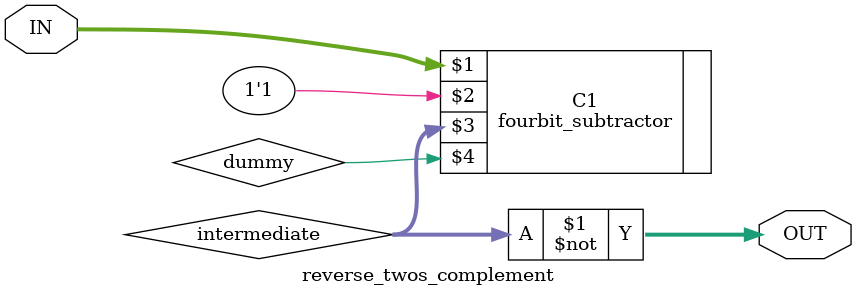
<source format=v>
`timescale 1ns / 1ps


module reverse_twos_complement(
    input [3:0] IN,
    output [3:0] OUT
    );
    
    wire dummy;
    wire [3:0] intermediate;
    
    fourbit_subtractor C1(IN, 1'b0001, intermediate, dummy);
    assign OUT = ~intermediate;
    
    
endmodule

</source>
